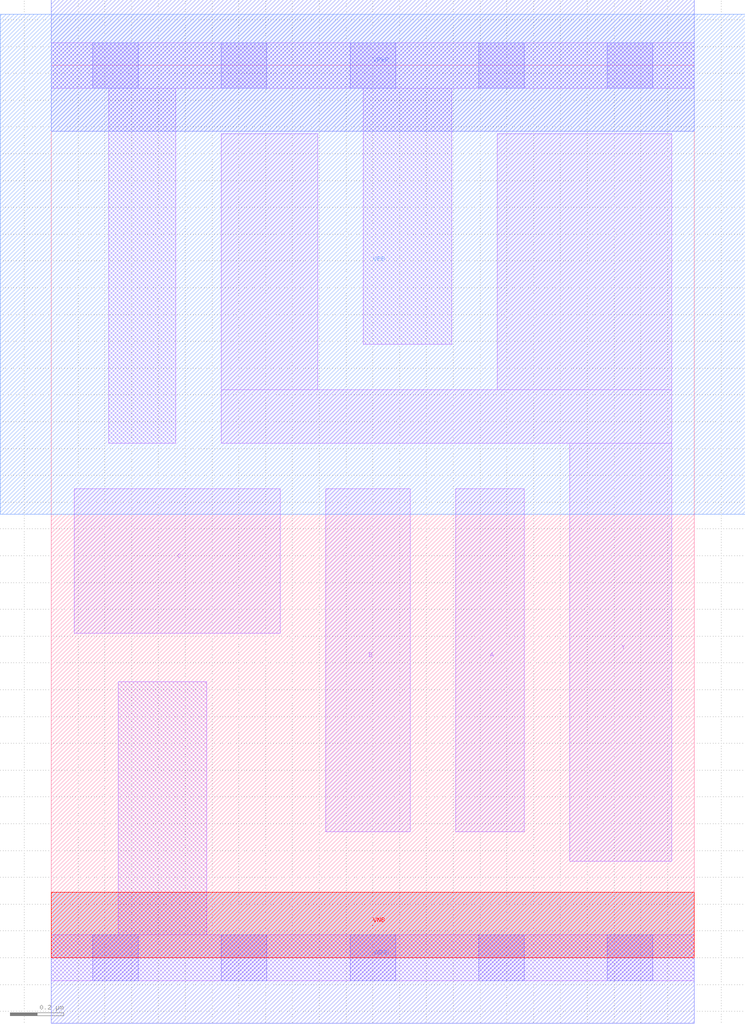
<source format=lef>
# Copyright 2020 The SkyWater PDK Authors
#
# Licensed under the Apache License, Version 2.0 (the "License");
# you may not use this file except in compliance with the License.
# You may obtain a copy of the License at
#
#     https://www.apache.org/licenses/LICENSE-2.0
#
# Unless required by applicable law or agreed to in writing, software
# distributed under the License is distributed on an "AS IS" BASIS,
# WITHOUT WARRANTIES OR CONDITIONS OF ANY KIND, either express or implied.
# See the License for the specific language governing permissions and
# limitations under the License.
#
# SPDX-License-Identifier: Apache-2.0

VERSION 5.7 ;
  NOWIREEXTENSIONATPIN ON ;
  DIVIDERCHAR "/" ;
  BUSBITCHARS "[]" ;
MACRO sky130_fd_sc_lp__nand3_1
  CLASS CORE ;
  FOREIGN sky130_fd_sc_lp__nand3_1 ;
  ORIGIN  0.000000  0.000000 ;
  SIZE  2.400000 BY  3.330000 ;
  SYMMETRY X Y R90 ;
  SITE unit ;
  PIN A
    ANTENNAGATEAREA  0.315000 ;
    DIRECTION INPUT ;
    USE SIGNAL ;
    PORT
      LAYER li1 ;
        RECT 1.510000 0.470000 1.765000 1.750000 ;
    END
  END A
  PIN B
    ANTENNAGATEAREA  0.315000 ;
    DIRECTION INPUT ;
    USE SIGNAL ;
    PORT
      LAYER li1 ;
        RECT 1.025000 0.470000 1.340000 1.750000 ;
    END
  END B
  PIN C
    ANTENNAGATEAREA  0.315000 ;
    DIRECTION INPUT ;
    USE SIGNAL ;
    PORT
      LAYER li1 ;
        RECT 0.085000 1.210000 0.855000 1.750000 ;
    END
  END C
  PIN Y
    ANTENNADIFFAREA  1.115100 ;
    DIRECTION OUTPUT ;
    USE SIGNAL ;
    PORT
      LAYER li1 ;
        RECT 0.635000 1.920000 2.315000 2.120000 ;
        RECT 0.635000 2.120000 0.995000 3.075000 ;
        RECT 1.665000 2.120000 2.315000 3.075000 ;
        RECT 1.935000 0.360000 2.315000 1.920000 ;
    END
  END Y
  PIN VGND
    DIRECTION INOUT ;
    USE GROUND ;
    PORT
      LAYER met1 ;
        RECT 0.000000 -0.245000 2.400000 0.245000 ;
    END
  END VGND
  PIN VNB
    DIRECTION INOUT ;
    USE GROUND ;
    PORT
      LAYER pwell ;
        RECT 0.000000 0.000000 2.400000 0.245000 ;
    END
  END VNB
  PIN VPB
    DIRECTION INOUT ;
    USE POWER ;
    PORT
      LAYER nwell ;
        RECT -0.190000 1.655000 2.590000 3.520000 ;
    END
  END VPB
  PIN VPWR
    DIRECTION INOUT ;
    USE POWER ;
    PORT
      LAYER met1 ;
        RECT 0.000000 3.085000 2.400000 3.575000 ;
    END
  END VPWR
  OBS
    LAYER li1 ;
      RECT 0.000000 -0.085000 2.400000 0.085000 ;
      RECT 0.000000  3.245000 2.400000 3.415000 ;
      RECT 0.215000  1.920000 0.465000 3.245000 ;
      RECT 0.250000  0.085000 0.580000 1.030000 ;
      RECT 1.165000  2.290000 1.495000 3.245000 ;
    LAYER mcon ;
      RECT 0.155000 -0.085000 0.325000 0.085000 ;
      RECT 0.155000  3.245000 0.325000 3.415000 ;
      RECT 0.635000 -0.085000 0.805000 0.085000 ;
      RECT 0.635000  3.245000 0.805000 3.415000 ;
      RECT 1.115000 -0.085000 1.285000 0.085000 ;
      RECT 1.115000  3.245000 1.285000 3.415000 ;
      RECT 1.595000 -0.085000 1.765000 0.085000 ;
      RECT 1.595000  3.245000 1.765000 3.415000 ;
      RECT 2.075000 -0.085000 2.245000 0.085000 ;
      RECT 2.075000  3.245000 2.245000 3.415000 ;
  END
END sky130_fd_sc_lp__nand3_1
END LIBRARY

</source>
